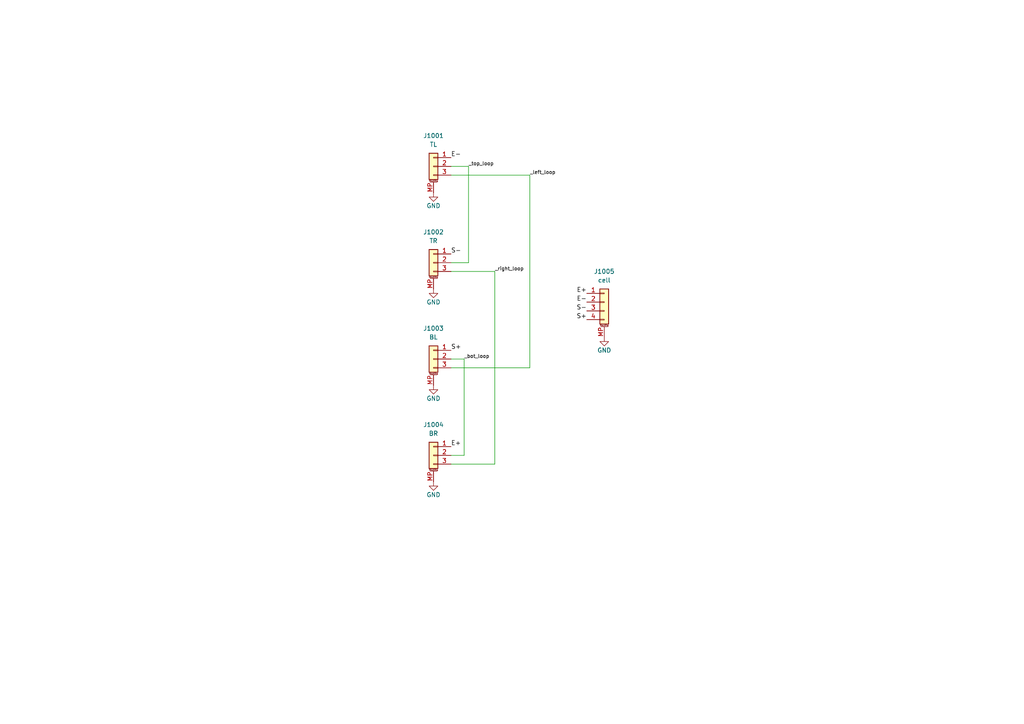
<source format=kicad_sch>
(kicad_sch (version 20211123) (generator eeschema)
  (paper "A4")
  (title_block (title "WiScale") (date "2022-11-24") (rev "1.0"))
  (lib_symbols
    (symbol "Connector_Generic_MountingPin:Conn_01x03_MountingPin" (pin_names (offset 1.016) hide)
      (property "Reference" "J" (at 0 5.08 0))
      (property "Value" "Conn_01x03_MountingPin" (at 1.27 -5.08 0))
      (symbol "Conn_01x03_MountingPin_1_1"
        (rectangle (start -1.27 -2.413) (end 0 -2.667) (stroke (width 0.1524)))
        (rectangle (start -1.27 0.127) (end 0 -0.127) (stroke (width 0.1524)))
        (rectangle (start -1.27 2.667) (end 0 2.413) (stroke (width 0.1524)))
        (rectangle (start -1.27 3.81) (end 1.27 -3.81) (stroke (width 0.254)) (fill (type background)))
        (polyline (pts (xy -1.016 -4.572) (xy 1.016 -4.572)) (stroke (width 0.1524)))
        (text "Mounting" (at 0 -4.191 0) (effects (font (size 0.381 0.381))))
        (pin passive line (at -5.08 2.54 0) (length 3.81) (name "Pin_1") (number "1"))
        (pin passive line (at -5.08 0 0) (length 3.81) (name "Pin_2") (number "2"))
        (pin passive line (at -5.08 -2.54 0) (length 3.81) (name "Pin_3") (number "3"))
        (pin passive line (at 0 -7.62 90) (length 3.048) (name "MountPin") (number "MP"))
      )
    )
    (symbol "Connector_Generic_MountingPin:Conn_01x04_MountingPin" (pin_names (offset 1.016) hide)
      (property "Reference" "J" (at 0 5.08 0))
      (property "Value" "Conn_01x04_MountingPin" (at 1.27 -7.62 0))
      (symbol "Conn_01x04_MountingPin_1_1"
        (rectangle (start -1.27 -4.953) (end 0 -5.207) (stroke (width 0.1524)))
        (rectangle (start -1.27 -2.413) (end 0 -2.667) (stroke (width 0.1524)))
        (rectangle (start -1.27 0.127) (end 0 -0.127) (stroke (width 0.1524)))
        (rectangle (start -1.27 2.667) (end 0 2.413) (stroke (width 0.1524)))
        (rectangle (start -1.27 3.81) (end 1.27 -6.35) (stroke (width 0.254)) (fill (type background)))
        (polyline (pts (xy -1.016 -7.112) (xy 1.016 -7.112)) (stroke (width 0.1524)))
        (text "Mounting" (at 0 -6.731 0) (effects (font (size 0.381 0.381))))
        (pin passive line (at -5.08 2.54 0) (length 3.81) (name "Pin_1") (number "1"))
        (pin passive line (at -5.08 0 0) (length 3.81) (name "Pin_2") (number "2"))
        (pin passive line (at -5.08 -2.54 0) (length 3.81) (name "Pin_3") (number "3"))
        (pin passive line (at -5.08 -5.08 0) (length 3.81) (name "Pin_4") (number "4"))
        (pin passive line (at 0 -10.16 90) (length 3.048) (name "MountPin") (number "MP"))
      )
    )
    (symbol "power:GND" (power) (pin_names (offset 0))
      (property "Value" "GND" (at 0 -3.81 0))
      (symbol "GND_0_1"
        (polyline (pts (xy 0 0) (xy 0 -1.27) (xy 1.27 -1.27) (xy 0 -2.54) (xy -1.27 -1.27) (xy 0 -1.27)))
      )
      (symbol "GND_1_1"
        (pin power_in line (at 0 0 270) (length 0) hide (name "GND") (number "1"))
      )
    )
  )
  (wire (pts (xy 130.81 134.62) (xy 143.51 134.62)))
  (wire (pts (xy 153.67 50.8) (xy 130.81 50.8)))
  (wire (pts (xy 135.89 48.26) (xy 135.89 76.2)))
  (wire (pts (xy 134.62 104.14) (xy 134.62 132.08)))
  (wire (pts (xy 130.81 78.74) (xy 143.51 78.74)))
  (wire (pts (xy 130.81 106.68) (xy 153.67 106.68)))
  (wire (pts (xy 143.51 78.74) (xy 143.51 134.62)))
  (wire (pts (xy 135.89 48.26) (xy 130.81 48.26)))
  (wire (pts (xy 134.62 132.08) (xy 130.81 132.08)))
  (wire (pts (xy 153.67 50.8) (xy 153.67 106.68)))
  (wire (pts (xy 130.81 76.2) (xy 135.89 76.2)))
  (wire (pts (xy 130.81 104.14) (xy 134.62 104.14)))
  (label "_top_loop" (at 135.89 48.26 0) (effects (font (size 1 1))))
  (label "_left_loop" (at 153.67 50.8 0) (effects (font (size 1 1))))
  (label "S+" (at 130.81 101.6 0))
  (label "_right_loop" (at 143.51 78.74 0) (effects (font (size 1 1))))
  (label "E-" (at 170.18 87.63 180))
  (label "S+" (at 170.18 92.71 180))
  (label "_bot_loop" (at 134.62 104.14 0) (effects (font (size 1 1))))
  (label "E+" (at 130.81 129.54 0))
  (label "E+" (at 170.18 85.09 180))
  (label "E-" (at 130.81 45.72 0))
  (label "S-" (at 170.18 90.17 180))
  (label "S-" (at 130.81 73.66 0))
  (symbol (lib_id "Connector_Generic_MountingPin:Conn_01x03_MountingPin") (at 125.73 132.08 0) (mirror y) (unit 1) (on_board no)
    (property "Reference" "J1004" (at 125.73 123.19 0))
    (property "Value" "BR" (at 125.73 125.73 0))
    (property "Footprint" "Connector_JST:JST_XH_S3B-XH-A-1_1x03_P2.50mm_Horizontal" (effects hide))
  )
  (symbol (lib_id "power:GND") (at 125.73 111.76 0) (unit 1)
    (property "Reference" "#PWR01003" (effects hide))
    (property "Value" "GND" (at 125.73 115.57 0))
  )
  (symbol (lib_id "power:GND") (at 175.26 97.79 0) (mirror y) (unit 1)
    (property "Reference" "#PWR01005" (effects hide))
    (property "Value" "GND" (at 175.26 101.6 0))
  )
  (symbol (lib_id "power:GND") (at 125.73 139.7 0) (unit 1)
    (property "Reference" "#PWR01004" (effects hide))
    (property "Value" "GND" (at 125.73 143.51 0))
  )
  (symbol (lib_id "Connector_Generic_MountingPin:Conn_01x03_MountingPin") (at 125.73 76.2 0) (mirror y) (unit 1) (on_board no)
    (property "Reference" "J1002" (at 125.73 67.31 0))
    (property "Value" "TR" (at 125.73 69.85 0))
    (property "Footprint" "Connector_JST:JST_XH_S3B-XH-A-1_1x03_P2.50mm_Horizontal" (effects hide))
  )
  (symbol (lib_id "power:GND") (at 125.73 55.88 0) (unit 1)
    (property "Reference" "#PWR01001" (effects hide))
    (property "Value" "GND" (at 125.73 59.69 0))
  )
  (symbol (lib_id "Connector_Generic_MountingPin:Conn_01x03_MountingPin") (at 125.73 104.14 0) (mirror y) (unit 1) (on_board no)
    (property "Reference" "J1003" (at 125.73 95.25 0))
    (property "Value" "BL" (at 125.73 97.79 0))
    (property "Footprint" "Connector_JST:JST_XH_S3B-XH-A-1_1x03_P2.50mm_Horizontal" (effects hide))
  )
  (symbol (lib_id "power:GND") (at 125.73 83.82 0) (unit 1)
    (property "Reference" "#PWR01002" (effects hide))
    (property "Value" "GND" (at 125.73 87.63 0))
  )
  (symbol (lib_id "Connector_Generic_MountingPin:Conn_01x03_MountingPin") (at 125.73 48.26 0) (mirror y) (unit 1) (on_board no)
    (property "Reference" "J1001" (at 125.73 39.37 0))
    (property "Value" "TL" (at 125.73 41.91 0))
    (property "Footprint" "Connector_JST:JST_XH_S3B-XH-A-1_1x03_P2.50mm_Horizontal" (effects hide))
  )
  (symbol (lib_id "Connector_Generic_MountingPin:Conn_01x04_MountingPin") (at 175.26 87.63 0) (unit 1) (on_board no)
    (property "Reference" "J1005" (at 175.26 78.74 0))
    (property "Value" "cell" (at 175.26 81.28 0))
    (property "Footprint" "-local:JST_XH_S4B-XH-SM4-TB_1x04-1MP_P2.50mm_Horizontal" (effects hide))
    (property "Datasheet" "https://datasheet.lcsc.com/lcsc/1810291321_JST-Sales-America-S4B-XH-SM4-TB-LF-SN_C161861.pdf" (effects hide))
    (property "LCSC Part Number" "C2905026" (effects hide))
    (property "MPN" "S4B-XH-SM4-TB(LF)(SN)" (effects hide))
  )
)
</source>
